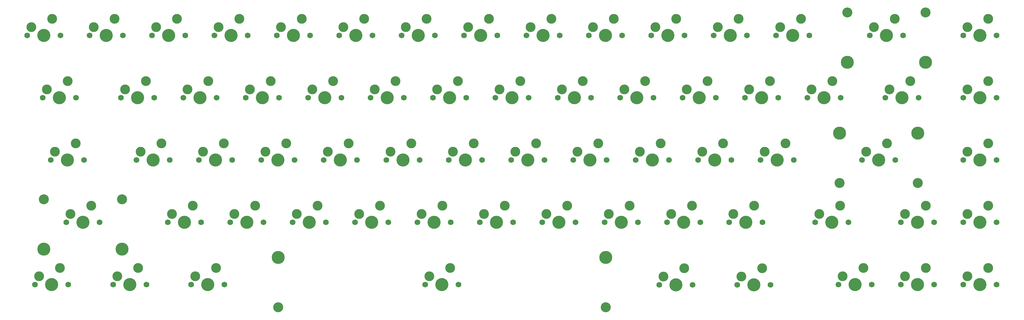
<source format=gbr>
%TF.GenerationSoftware,KiCad,Pcbnew,(5.1.12)-1*%
%TF.CreationDate,2022-03-05T19:22:20+03:30*%
%TF.ProjectId,JKB67,4a4b4236-372e-46b6-9963-61645f706362,rev?*%
%TF.SameCoordinates,Original*%
%TF.FileFunction,Soldermask,Top*%
%TF.FilePolarity,Negative*%
%FSLAX46Y46*%
G04 Gerber Fmt 4.6, Leading zero omitted, Abs format (unit mm)*
G04 Created by KiCad (PCBNEW (5.1.12)-1) date 2022-03-05 19:22:20*
%MOMM*%
%LPD*%
G01*
G04 APERTURE LIST*
%ADD10C,3.000000*%
%ADD11C,1.750000*%
%ADD12C,4.000000*%
%ADD13C,3.987800*%
%ADD14C,3.048000*%
G04 APERTURE END LIST*
D10*
%TO.C,U72*%
X355752000Y-159169000D03*
X349402000Y-161709000D03*
D11*
X358292000Y-164249000D03*
X348132000Y-164249000D03*
D12*
X353212000Y-164249000D03*
%TD*%
D10*
%TO.C,U71*%
X355752000Y-140119000D03*
X349402000Y-142659000D03*
D11*
X358292000Y-145199000D03*
X348132000Y-145199000D03*
D12*
X353212000Y-145199000D03*
%TD*%
D10*
%TO.C,U70*%
X355740000Y-121056000D03*
X349390000Y-123596000D03*
D11*
X358280000Y-126136000D03*
X348120000Y-126136000D03*
D12*
X353200000Y-126136000D03*
%TD*%
D10*
%TO.C,U69*%
X355761000Y-102032000D03*
X349411000Y-104572000D03*
D11*
X358301000Y-107112000D03*
X348141000Y-107112000D03*
D12*
X353221000Y-107112000D03*
%TD*%
D10*
%TO.C,U68*%
X355752000Y-82981800D03*
X349402000Y-85521800D03*
D11*
X358292000Y-88061800D03*
X348132000Y-88061800D03*
D12*
X353212000Y-88061800D03*
%TD*%
%TO.C,U67*%
X324612000Y-88061800D03*
D11*
X319532000Y-88061800D03*
X329692000Y-88061800D03*
D10*
X320802000Y-85521800D03*
X327152000Y-82981800D03*
%TD*%
%TO.C,U66*%
X336702000Y-159169000D03*
X330352000Y-161709000D03*
D11*
X339242000Y-164249000D03*
X329082000Y-164249000D03*
D12*
X334162000Y-164249000D03*
%TD*%
D10*
%TO.C,U65*%
X336702000Y-140132000D03*
X330352000Y-142672000D03*
D11*
X339242000Y-145212000D03*
X329082000Y-145212000D03*
D12*
X334162000Y-145212000D03*
%TD*%
%TO.C,U64*%
X322275000Y-126162000D03*
D11*
X317195000Y-126162000D03*
X327355000Y-126162000D03*
D10*
X318465000Y-123622000D03*
X324815000Y-121082000D03*
%TD*%
D12*
%TO.C,U63*%
X329413000Y-107099000D03*
D11*
X324333000Y-107099000D03*
X334493000Y-107099000D03*
D10*
X325603000Y-104559000D03*
X331953000Y-102019000D03*
%TD*%
%TO.C,U62*%
X317627000Y-159182000D03*
X311277000Y-161722000D03*
D11*
X320167000Y-164262000D03*
X310007000Y-164262000D03*
D12*
X315087000Y-164262000D03*
%TD*%
%TO.C,U61*%
X307950000Y-145212000D03*
D11*
X302870000Y-145212000D03*
X313030000Y-145212000D03*
D10*
X304140000Y-142672000D03*
X310490000Y-140132000D03*
%TD*%
%TO.C,U60*%
X308140000Y-102019000D03*
X301790000Y-104559000D03*
D11*
X310680000Y-107099000D03*
X300520000Y-107099000D03*
D12*
X305600000Y-107099000D03*
%TD*%
D10*
%TO.C,U59*%
X298577000Y-82981800D03*
X292227000Y-85521800D03*
D11*
X301117000Y-88061800D03*
X290957000Y-88061800D03*
D12*
X296037000Y-88061800D03*
%TD*%
%TO.C,U58*%
X284213000Y-164313000D03*
D11*
X279133000Y-164313000D03*
X289293000Y-164313000D03*
D10*
X280403000Y-161773000D03*
X286753000Y-159233000D03*
%TD*%
%TO.C,U57*%
X284302000Y-140132000D03*
X277952000Y-142672000D03*
D11*
X286842000Y-145212000D03*
X276682000Y-145212000D03*
D12*
X281762000Y-145212000D03*
%TD*%
D10*
%TO.C,U56*%
X293865000Y-121069000D03*
X287515000Y-123609000D03*
D11*
X296405000Y-126149000D03*
X286245000Y-126149000D03*
D12*
X291325000Y-126149000D03*
%TD*%
D10*
%TO.C,U55*%
X289090000Y-102019000D03*
X282740000Y-104559000D03*
D11*
X291630000Y-107099000D03*
X281470000Y-107099000D03*
D12*
X286550000Y-107099000D03*
%TD*%
D10*
%TO.C,U54*%
X279540000Y-82981800D03*
X273190000Y-85521800D03*
D11*
X282080000Y-88061800D03*
X271920000Y-88061800D03*
D12*
X277000000Y-88061800D03*
%TD*%
D10*
%TO.C,U52*%
X265265000Y-140119000D03*
X258915000Y-142659000D03*
D11*
X267805000Y-145199000D03*
X257645000Y-145199000D03*
D12*
X262725000Y-145199000D03*
%TD*%
D10*
%TO.C,U51*%
X274815000Y-121069000D03*
X268465000Y-123609000D03*
D11*
X277355000Y-126149000D03*
X267195000Y-126149000D03*
D12*
X272275000Y-126149000D03*
%TD*%
D10*
%TO.C,U50*%
X270040000Y-102019000D03*
X263690000Y-104559000D03*
D11*
X272580000Y-107099000D03*
X262420000Y-107099000D03*
D12*
X267500000Y-107099000D03*
%TD*%
D10*
%TO.C,U49*%
X260490000Y-82981800D03*
X254140000Y-85521800D03*
D11*
X263030000Y-88061800D03*
X252870000Y-88061800D03*
D12*
X257950000Y-88061800D03*
%TD*%
%TO.C,U48*%
X260388000Y-164313000D03*
D11*
X255308000Y-164313000D03*
X265468000Y-164313000D03*
D10*
X256578000Y-161773000D03*
X262928000Y-159233000D03*
%TD*%
%TO.C,U47*%
X246215000Y-140157000D03*
X239865000Y-142697000D03*
D11*
X248755000Y-145237000D03*
X238595000Y-145237000D03*
D12*
X243675000Y-145237000D03*
%TD*%
D10*
%TO.C,U46*%
X255765000Y-121069000D03*
X249415000Y-123609000D03*
D11*
X258305000Y-126149000D03*
X248145000Y-126149000D03*
D12*
X253225000Y-126149000D03*
%TD*%
D10*
%TO.C,U45*%
X250977000Y-102044000D03*
X244627000Y-104584000D03*
D11*
X253517000Y-107124000D03*
X243357000Y-107124000D03*
D12*
X248437000Y-107124000D03*
%TD*%
D10*
%TO.C,U44*%
X241440000Y-82981800D03*
X235090000Y-85521800D03*
D11*
X243980000Y-88061800D03*
X233820000Y-88061800D03*
D12*
X238900000Y-88061800D03*
%TD*%
D10*
%TO.C,U43*%
X227178000Y-140144000D03*
X220828000Y-142684000D03*
D11*
X229718000Y-145224000D03*
X219558000Y-145224000D03*
D12*
X224638000Y-145224000D03*
%TD*%
D10*
%TO.C,U42*%
X236715000Y-121082000D03*
X230365000Y-123622000D03*
D11*
X239255000Y-126162000D03*
X229095000Y-126162000D03*
D12*
X234175000Y-126162000D03*
%TD*%
D10*
%TO.C,U41*%
X231927000Y-102032000D03*
X225577000Y-104572000D03*
D11*
X234467000Y-107112000D03*
X224307000Y-107112000D03*
D12*
X229387000Y-107112000D03*
%TD*%
D10*
%TO.C,U40*%
X222377000Y-82981800D03*
X216027000Y-85521800D03*
D11*
X224917000Y-88061800D03*
X214757000Y-88061800D03*
D12*
X219837000Y-88061800D03*
%TD*%
D10*
%TO.C,U39*%
X208128000Y-140144000D03*
X201778000Y-142684000D03*
D11*
X210668000Y-145224000D03*
X200508000Y-145224000D03*
D12*
X205588000Y-145224000D03*
%TD*%
D10*
%TO.C,U38*%
X217691000Y-121094000D03*
X211341000Y-123634000D03*
D11*
X220231000Y-126174000D03*
X210071000Y-126174000D03*
D12*
X215151000Y-126174000D03*
%TD*%
D10*
%TO.C,U37*%
X212877000Y-102032000D03*
X206527000Y-104572000D03*
D11*
X215417000Y-107112000D03*
X205257000Y-107112000D03*
D12*
X210337000Y-107112000D03*
%TD*%
D10*
%TO.C,U36*%
X203327000Y-82981800D03*
X196977000Y-85521800D03*
D11*
X205867000Y-88061800D03*
X195707000Y-88061800D03*
D12*
X200787000Y-88061800D03*
%TD*%
%TO.C,U35*%
X188938000Y-164262000D03*
D11*
X183858000Y-164262000D03*
X194018000Y-164262000D03*
D10*
X185128000Y-161722000D03*
X191478000Y-159182000D03*
%TD*%
%TO.C,U34*%
X189090000Y-140157000D03*
X182740000Y-142697000D03*
D11*
X191630000Y-145237000D03*
X181470000Y-145237000D03*
D12*
X186550000Y-145237000D03*
%TD*%
D10*
%TO.C,U33*%
X198628000Y-121082000D03*
X192278000Y-123622000D03*
D11*
X201168000Y-126162000D03*
X191008000Y-126162000D03*
D12*
X196088000Y-126162000D03*
%TD*%
D10*
%TO.C,U32*%
X193827000Y-102044000D03*
X187477000Y-104584000D03*
D11*
X196367000Y-107124000D03*
X186207000Y-107124000D03*
D12*
X191287000Y-107124000D03*
%TD*%
D10*
%TO.C,U31*%
X184290000Y-82981800D03*
X177940000Y-85521800D03*
D11*
X186830000Y-88061800D03*
X176670000Y-88061800D03*
D12*
X181750000Y-88061800D03*
%TD*%
D10*
%TO.C,U30*%
X170028000Y-140144000D03*
X163678000Y-142684000D03*
D11*
X172568000Y-145224000D03*
X162408000Y-145224000D03*
D12*
X167488000Y-145224000D03*
%TD*%
D10*
%TO.C,U29*%
X179578000Y-121094000D03*
X173228000Y-123634000D03*
D11*
X182118000Y-126174000D03*
X171958000Y-126174000D03*
D12*
X177038000Y-126174000D03*
%TD*%
D10*
%TO.C,U28*%
X174765000Y-102032000D03*
X168415000Y-104572000D03*
D11*
X177305000Y-107112000D03*
X167145000Y-107112000D03*
D12*
X172225000Y-107112000D03*
%TD*%
D10*
%TO.C,U27*%
X165240000Y-82981800D03*
X158890000Y-85521800D03*
D11*
X167780000Y-88061800D03*
X157620000Y-88061800D03*
D12*
X162700000Y-88061800D03*
%TD*%
D10*
%TO.C,U26*%
X150965000Y-140132000D03*
X144615000Y-142672000D03*
D11*
X153505000Y-145212000D03*
X143345000Y-145212000D03*
D12*
X148425000Y-145212000D03*
%TD*%
D10*
%TO.C,U25*%
X160515000Y-121082000D03*
X154165000Y-123622000D03*
D11*
X163055000Y-126162000D03*
X152895000Y-126162000D03*
D12*
X157975000Y-126162000D03*
%TD*%
D10*
%TO.C,U24*%
X155702000Y-102044000D03*
X149352000Y-104584000D03*
D11*
X158242000Y-107124000D03*
X148082000Y-107124000D03*
D12*
X153162000Y-107124000D03*
%TD*%
D10*
%TO.C,U23*%
X146202000Y-82981800D03*
X139852000Y-85521800D03*
D11*
X148742000Y-88061800D03*
X138582000Y-88061800D03*
D12*
X143662000Y-88061800D03*
%TD*%
D10*
%TO.C,U20*%
X131928000Y-140119000D03*
X125578000Y-142659000D03*
D11*
X134468000Y-145199000D03*
X124308000Y-145199000D03*
D12*
X129388000Y-145199000D03*
%TD*%
D10*
%TO.C,U19*%
X141440000Y-121082000D03*
X135090000Y-123622000D03*
D11*
X143980000Y-126162000D03*
X133820000Y-126162000D03*
D12*
X138900000Y-126162000D03*
%TD*%
D10*
%TO.C,U18*%
X136652000Y-102032000D03*
X130302000Y-104572000D03*
D11*
X139192000Y-107112000D03*
X129032000Y-107112000D03*
D12*
X134112000Y-107112000D03*
%TD*%
D10*
%TO.C,U17*%
X127140000Y-82981800D03*
X120790000Y-85521800D03*
D11*
X129680000Y-88061800D03*
X119520000Y-88061800D03*
D12*
X124600000Y-88061800D03*
%TD*%
D13*
%TO.C,U16*%
X67424300Y-153467000D03*
X91300300Y-153467000D03*
D14*
X67424300Y-138227000D03*
X91300300Y-138227000D03*
%TD*%
D12*
%TO.C,U14*%
X117475000Y-164287000D03*
D11*
X112395000Y-164287000D03*
X122555000Y-164287000D03*
D10*
X113665000Y-161747000D03*
X120015000Y-159207000D03*
%TD*%
%TO.C,U13*%
X112878000Y-140119000D03*
X106528000Y-142659000D03*
D11*
X115418000Y-145199000D03*
X105258000Y-145199000D03*
D12*
X110338000Y-145199000D03*
%TD*%
D10*
%TO.C,U12*%
X122390000Y-121082000D03*
X116040000Y-123622000D03*
D11*
X124930000Y-126162000D03*
X114770000Y-126162000D03*
D12*
X119850000Y-126162000D03*
%TD*%
D10*
%TO.C,U11*%
X117627000Y-102032000D03*
X111277000Y-104572000D03*
D11*
X120167000Y-107112000D03*
X110007000Y-107112000D03*
D12*
X115087000Y-107112000D03*
%TD*%
D10*
%TO.C,U10*%
X108090000Y-82981800D03*
X101740000Y-85521800D03*
D11*
X110630000Y-88061800D03*
X100470000Y-88061800D03*
D12*
X105550000Y-88061800D03*
%TD*%
%TO.C,U9*%
X93662500Y-164274000D03*
D11*
X88582500Y-164274000D03*
X98742500Y-164274000D03*
D10*
X89852500Y-161734000D03*
X96202500Y-159194000D03*
%TD*%
%TO.C,U8*%
X103340000Y-121094000D03*
X96990000Y-123634000D03*
D11*
X105880000Y-126174000D03*
X95720000Y-126174000D03*
D12*
X100800000Y-126174000D03*
%TD*%
D10*
%TO.C,U7*%
X98577400Y-102032000D03*
X92227400Y-104572000D03*
D11*
X101117400Y-107112000D03*
X90957400Y-107112000D03*
D12*
X96037400Y-107112000D03*
%TD*%
D10*
%TO.C,U6*%
X89039700Y-82981800D03*
X82689700Y-85521800D03*
D11*
X91579700Y-88061800D03*
X81419700Y-88061800D03*
D12*
X86499700Y-88061800D03*
%TD*%
%TO.C,U5*%
X69837300Y-164274000D03*
D11*
X64757300Y-164274000D03*
X74917300Y-164274000D03*
D10*
X66027300Y-161734000D03*
X72377300Y-159194000D03*
%TD*%
D12*
%TO.C,U4*%
X79362300Y-145212000D03*
D11*
X74282300Y-145212000D03*
X84442300Y-145212000D03*
D10*
X75552300Y-142672000D03*
X81902300Y-140132000D03*
%TD*%
D12*
%TO.C,U3*%
X74599800Y-126174000D03*
D11*
X69519800Y-126174000D03*
X79679800Y-126174000D03*
D10*
X70789800Y-123634000D03*
X77139800Y-121094000D03*
%TD*%
D12*
%TO.C,U2*%
X72212200Y-107124000D03*
D11*
X67132200Y-107124000D03*
X77292200Y-107124000D03*
D10*
X68402200Y-104584000D03*
X74752200Y-102044000D03*
%TD*%
%TO.C,U1*%
X69989700Y-82994500D03*
X63639700Y-85534500D03*
D11*
X72529700Y-88074500D03*
X62369700Y-88074500D03*
D12*
X67449700Y-88074500D03*
%TD*%
D13*
%TO.C,U22*%
X238937900Y-156007000D03*
X138938100Y-156007000D03*
D14*
X238937900Y-171247000D03*
X138938100Y-171247000D03*
%TD*%
D13*
%TO.C,U21*%
X334200000Y-117919000D03*
X310324000Y-117919000D03*
D14*
X334200000Y-133159000D03*
X310324000Y-133159000D03*
%TD*%
D13*
%TO.C,U15*%
X312674000Y-96316800D03*
X336550000Y-96316800D03*
D14*
X312674000Y-81076800D03*
X336550000Y-81076800D03*
%TD*%
M02*

</source>
